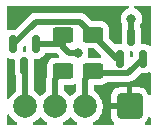
<source format=gbr>
%TF.GenerationSoftware,KiCad,Pcbnew,9.0.5*%
%TF.CreationDate,2025-10-18T11:17:35+02:00*%
%TF.ProjectId,Source_VAS,536f7572-6365-45f5-9641-532e6b696361,rev?*%
%TF.SameCoordinates,Original*%
%TF.FileFunction,Copper,L2,Bot*%
%TF.FilePolarity,Positive*%
%FSLAX46Y46*%
G04 Gerber Fmt 4.6, Leading zero omitted, Abs format (unit mm)*
G04 Created by KiCad (PCBNEW 9.0.5) date 2025-10-18 11:17:35*
%MOMM*%
%LPD*%
G01*
G04 APERTURE LIST*
G04 Aperture macros list*
%AMRoundRect*
0 Rectangle with rounded corners*
0 $1 Rounding radius*
0 $2 $3 $4 $5 $6 $7 $8 $9 X,Y pos of 4 corners*
0 Add a 4 corners polygon primitive as box body*
4,1,4,$2,$3,$4,$5,$6,$7,$8,$9,$2,$3,0*
0 Add four circle primitives for the rounded corners*
1,1,$1+$1,$2,$3*
1,1,$1+$1,$4,$5*
1,1,$1+$1,$6,$7*
1,1,$1+$1,$8,$9*
0 Add four rect primitives between the rounded corners*
20,1,$1+$1,$2,$3,$4,$5,0*
20,1,$1+$1,$4,$5,$6,$7,0*
20,1,$1+$1,$6,$7,$8,$9,0*
20,1,$1+$1,$8,$9,$2,$3,0*%
G04 Aperture macros list end*
%TA.AperFunction,ComponentPad*%
%ADD10RoundRect,0.250000X-0.825000X-0.825000X0.825000X-0.825000X0.825000X0.825000X-0.825000X0.825000X0*%
%TD*%
%TA.AperFunction,ComponentPad*%
%ADD11C,2.000000*%
%TD*%
%TA.AperFunction,SMDPad,CuDef*%
%ADD12RoundRect,0.150000X-0.150000X0.587500X-0.150000X-0.587500X0.150000X-0.587500X0.150000X0.587500X0*%
%TD*%
%TA.AperFunction,SMDPad,CuDef*%
%ADD13RoundRect,0.250000X-0.625000X0.400000X-0.625000X-0.400000X0.625000X-0.400000X0.625000X0.400000X0*%
%TD*%
%TA.AperFunction,SMDPad,CuDef*%
%ADD14RoundRect,0.250000X0.625000X-0.400000X0.625000X0.400000X-0.625000X0.400000X-0.625000X-0.400000X0*%
%TD*%
%TA.AperFunction,SMDPad,CuDef*%
%ADD15RoundRect,0.150000X0.150000X-0.587500X0.150000X0.587500X-0.150000X0.587500X-0.150000X-0.587500X0*%
%TD*%
%TA.AperFunction,ViaPad*%
%ADD16C,0.800000*%
%TD*%
%TA.AperFunction,Conductor*%
%ADD17C,0.500000*%
%TD*%
G04 APERTURE END LIST*
D10*
%TO.P,H1,1,1*%
%TO.N,GND*%
X122700000Y-74400000D03*
%TD*%
D11*
%TO.P,J1,1,Pin_1*%
%TO.N,Net-(J1-Pin_1)*%
X118940000Y-74440000D03*
%TO.P,J1,2,Pin_2*%
%TO.N,Net-(J1-Pin_2)*%
X116400000Y-74440000D03*
%TO.P,J1,3,Pin_3*%
%TO.N,Net-(J1-Pin_3)*%
X113860000Y-74440000D03*
%TD*%
D12*
%TO.P,Q2,1,B*%
%TO.N,Net-(Q1-C)*%
X114750000Y-69162500D03*
%TO.P,Q2,2,E*%
%TO.N,Net-(Q1-B)*%
X112850000Y-69162500D03*
%TO.P,Q2,3,C*%
%TO.N,Net-(J1-Pin_3)*%
X113800000Y-71037500D03*
%TD*%
D13*
%TO.P,R2,1*%
%TO.N,Net-(Q1-C)*%
X117100000Y-68350000D03*
%TO.P,R2,2*%
%TO.N,Net-(J1-Pin_2)*%
X117100000Y-71450000D03*
%TD*%
D14*
%TO.P,R1,1*%
%TO.N,Net-(J1-Pin_1)*%
X119600000Y-71450000D03*
%TO.P,R1,2*%
%TO.N,Net-(Q1-B)*%
X119600000Y-68350000D03*
%TD*%
D15*
%TO.P,Q1,1,B*%
%TO.N,Net-(Q1-B)*%
X121900000Y-70400000D03*
%TO.P,Q1,2,E*%
%TO.N,Net-(J1-Pin_1)*%
X123800000Y-70400000D03*
%TO.P,Q1,3,C*%
%TO.N,Net-(Q1-C)*%
X122850000Y-68525000D03*
%TD*%
D16*
%TO.N,Net-(Q1-C)*%
X122850000Y-67000000D03*
X118300000Y-69900000D03*
%TD*%
D17*
%TO.N,Net-(Q1-C)*%
X116862500Y-69162500D02*
X117100000Y-69400000D01*
X114750000Y-69162500D02*
X116862500Y-69162500D01*
%TO.N,Net-(J1-Pin_2)*%
X116400000Y-74440000D02*
X116400000Y-72150000D01*
X116400000Y-72150000D02*
X117100000Y-71450000D01*
%TO.N,Net-(J1-Pin_3)*%
X113860000Y-74440000D02*
X113860000Y-71097500D01*
X113860000Y-71097500D02*
X113800000Y-71037500D01*
%TO.N,Net-(J1-Pin_1)*%
X119738500Y-71588500D02*
X122611500Y-71588500D01*
X122611500Y-71588500D02*
X123800000Y-70400000D01*
X119600000Y-71450000D02*
X119738500Y-71588500D01*
X118940000Y-74440000D02*
X118940000Y-72110000D01*
X118940000Y-72110000D02*
X119600000Y-71450000D01*
%TO.N,Net-(Q1-C)*%
X117600000Y-69900000D02*
X117100000Y-69400000D01*
X117100000Y-69400000D02*
X117100000Y-68350000D01*
X122850000Y-68525000D02*
X122850000Y-67000000D01*
X118300000Y-69900000D02*
X117600000Y-69900000D01*
%TO.N,Net-(Q1-B)*%
X121900000Y-70400000D02*
X121650000Y-70400000D01*
X118499000Y-67249000D02*
X119600000Y-68350000D01*
X114763500Y-67249000D02*
X118499000Y-67249000D01*
X112850000Y-69162500D02*
X114763500Y-67249000D01*
X121650000Y-70400000D02*
X119600000Y-68350000D01*
%TD*%
%TA.AperFunction,Conductor*%
%TO.N,GND*%
G36*
X124446365Y-71533909D02*
G01*
X124490129Y-71588375D01*
X124499500Y-71635664D01*
X124499500Y-73363043D01*
X124479815Y-73430082D01*
X124427011Y-73475837D01*
X124357853Y-73485781D01*
X124294297Y-73456756D01*
X124257794Y-73402047D01*
X124209358Y-73255880D01*
X124209356Y-73255875D01*
X124117315Y-73106654D01*
X123993345Y-72982684D01*
X123844124Y-72890643D01*
X123844119Y-72890641D01*
X123677697Y-72835494D01*
X123677690Y-72835493D01*
X123574986Y-72825000D01*
X122950000Y-72825000D01*
X122950000Y-73880384D01*
X122921942Y-73864185D01*
X122775700Y-73825000D01*
X122624300Y-73825000D01*
X122478058Y-73864185D01*
X122450000Y-73880384D01*
X122450000Y-72825000D01*
X121825028Y-72825000D01*
X121825012Y-72825001D01*
X121722302Y-72835494D01*
X121555880Y-72890641D01*
X121555875Y-72890643D01*
X121406654Y-72982684D01*
X121282684Y-73106654D01*
X121190643Y-73255875D01*
X121190641Y-73255880D01*
X121135494Y-73422302D01*
X121135493Y-73422309D01*
X121125000Y-73525013D01*
X121125000Y-74150000D01*
X122180384Y-74150000D01*
X122164185Y-74178058D01*
X122125000Y-74324300D01*
X122125000Y-74475700D01*
X122164185Y-74621942D01*
X122180384Y-74650000D01*
X121125001Y-74650000D01*
X121125001Y-75274986D01*
X121135494Y-75377697D01*
X121190641Y-75544119D01*
X121190643Y-75544124D01*
X121282684Y-75693345D01*
X121377158Y-75787819D01*
X121410643Y-75849142D01*
X121405659Y-75918834D01*
X121363787Y-75974767D01*
X121298323Y-75999184D01*
X121289477Y-75999500D01*
X119700942Y-75999500D01*
X119633903Y-75979815D01*
X119588148Y-75927011D01*
X119578204Y-75857853D01*
X119607229Y-75794297D01*
X119644647Y-75765015D01*
X119726433Y-75723343D01*
X119917510Y-75584517D01*
X120084517Y-75417510D01*
X120223343Y-75226433D01*
X120330568Y-75015992D01*
X120403553Y-74791368D01*
X120409621Y-74753058D01*
X120440500Y-74558097D01*
X120440500Y-74321902D01*
X120403553Y-74088631D01*
X120355222Y-73939885D01*
X120330568Y-73864008D01*
X120330566Y-73864005D01*
X120330566Y-73864003D01*
X120236331Y-73679058D01*
X120223343Y-73653567D01*
X120209999Y-73635201D01*
X120180612Y-73594752D01*
X120180610Y-73594750D01*
X120129943Y-73525013D01*
X120084517Y-73462490D01*
X119917510Y-73295483D01*
X119862994Y-73255875D01*
X119741614Y-73167686D01*
X119698949Y-73112355D01*
X119690500Y-73067368D01*
X119690500Y-72724499D01*
X119710185Y-72657460D01*
X119762989Y-72611705D01*
X119814500Y-72600499D01*
X120275002Y-72600499D01*
X120275008Y-72600499D01*
X120377797Y-72589999D01*
X120544334Y-72534814D01*
X120693656Y-72442712D01*
X120761049Y-72375319D01*
X120822372Y-72341834D01*
X120848730Y-72339000D01*
X122685420Y-72339000D01*
X122782962Y-72319596D01*
X122830413Y-72310158D01*
X122966995Y-72253584D01*
X123016229Y-72220686D01*
X123089916Y-72171452D01*
X123587049Y-71674319D01*
X123648372Y-71640834D01*
X123674730Y-71638000D01*
X124015686Y-71638000D01*
X124015694Y-71638000D01*
X124052569Y-71635098D01*
X124052571Y-71635097D01*
X124052573Y-71635097D01*
X124094191Y-71623005D01*
X124210398Y-71589244D01*
X124312381Y-71528931D01*
X124380102Y-71511749D01*
X124446365Y-71533909D01*
G37*
%TD.AperFunction*%
%TD*%
%TA.AperFunction,NonConductor*%
G36*
X122594959Y-65920185D02*
G01*
X122640714Y-65972989D01*
X122650658Y-66042147D01*
X122621633Y-66105703D01*
X122575372Y-66139060D01*
X122559134Y-66145786D01*
X122423458Y-66201983D01*
X122423446Y-66201990D01*
X122275965Y-66300535D01*
X122275961Y-66300538D01*
X122150538Y-66425961D01*
X122150535Y-66425965D01*
X122051990Y-66573446D01*
X122051983Y-66573459D01*
X121984106Y-66737332D01*
X121984103Y-66737341D01*
X121949500Y-66911304D01*
X121949500Y-67088695D01*
X121984103Y-67262658D01*
X121984106Y-67262667D01*
X122051984Y-67426542D01*
X122051985Y-67426543D01*
X122051987Y-67426547D01*
X122078602Y-67466378D01*
X122084252Y-67484424D01*
X122094477Y-67500334D01*
X122098928Y-67531293D01*
X122099480Y-67533055D01*
X122099500Y-67535269D01*
X122099500Y-67655170D01*
X122094576Y-67689765D01*
X122052402Y-67834926D01*
X122052401Y-67834932D01*
X122049500Y-67871798D01*
X122049500Y-69038000D01*
X122029815Y-69105039D01*
X121977011Y-69150794D01*
X121925500Y-69162000D01*
X121684298Y-69162000D01*
X121647436Y-69164901D01*
X121647432Y-69164901D01*
X121647431Y-69164902D01*
X121647428Y-69164903D01*
X121585221Y-69182975D01*
X121515352Y-69182774D01*
X121462947Y-69151579D01*
X121011818Y-68700450D01*
X120978333Y-68639127D01*
X120975499Y-68612769D01*
X120975499Y-67899998D01*
X120975498Y-67899981D01*
X120964999Y-67797203D01*
X120964998Y-67797200D01*
X120909814Y-67630666D01*
X120817712Y-67481344D01*
X120693656Y-67357288D01*
X120544334Y-67265186D01*
X120377797Y-67210001D01*
X120377795Y-67210000D01*
X120275016Y-67199500D01*
X120275009Y-67199500D01*
X119562230Y-67199500D01*
X119495191Y-67179815D01*
X119474549Y-67163181D01*
X118977421Y-66666052D01*
X118977414Y-66666046D01*
X118903729Y-66616812D01*
X118903729Y-66616813D01*
X118854491Y-66583913D01*
X118717917Y-66527343D01*
X118717907Y-66527340D01*
X118572920Y-66498500D01*
X118572918Y-66498500D01*
X114689582Y-66498500D01*
X114689576Y-66498500D01*
X114660742Y-66504234D01*
X114660743Y-66504235D01*
X114544593Y-66527339D01*
X114544583Y-66527342D01*
X114464581Y-66560479D01*
X114464582Y-66560480D01*
X114408005Y-66583915D01*
X114325872Y-66638795D01*
X114285085Y-66666047D01*
X114285081Y-66666050D01*
X113062951Y-67888181D01*
X113001628Y-67921666D01*
X112975270Y-67924500D01*
X112634298Y-67924500D01*
X112597432Y-67927401D01*
X112597426Y-67927402D01*
X112459095Y-67967592D01*
X112389226Y-67967393D01*
X112330556Y-67929451D01*
X112301712Y-67865813D01*
X112300500Y-67848516D01*
X112300500Y-66024500D01*
X112320185Y-65957461D01*
X112372989Y-65911706D01*
X112424500Y-65900500D01*
X122527920Y-65900500D01*
X122594959Y-65920185D01*
G37*
%TD.AperFunction*%
%TA.AperFunction,NonConductor*%
G36*
X124442539Y-65920185D02*
G01*
X124488294Y-65972989D01*
X124499500Y-66024500D01*
X124499500Y-69164335D01*
X124479815Y-69231374D01*
X124427011Y-69277129D01*
X124357853Y-69287073D01*
X124312379Y-69271067D01*
X124210396Y-69210755D01*
X124210393Y-69210754D01*
X124052573Y-69164902D01*
X124052567Y-69164901D01*
X124015701Y-69162000D01*
X124015694Y-69162000D01*
X123774500Y-69162000D01*
X123707461Y-69142315D01*
X123661706Y-69089511D01*
X123650500Y-69038000D01*
X123650500Y-67871813D01*
X123650499Y-67871798D01*
X123647598Y-67834932D01*
X123647597Y-67834926D01*
X123605424Y-67689765D01*
X123600500Y-67655170D01*
X123600500Y-67535269D01*
X123620185Y-67468230D01*
X123621398Y-67466378D01*
X123648013Y-67426547D01*
X123715894Y-67262666D01*
X123750500Y-67088691D01*
X123750500Y-66911309D01*
X123750500Y-66911306D01*
X123750499Y-66911304D01*
X123715896Y-66737341D01*
X123715893Y-66737332D01*
X123648016Y-66573459D01*
X123648009Y-66573446D01*
X123549464Y-66425965D01*
X123549461Y-66425961D01*
X123424038Y-66300538D01*
X123424034Y-66300535D01*
X123276553Y-66201990D01*
X123276541Y-66201983D01*
X123144718Y-66147382D01*
X123124627Y-66139060D01*
X123070224Y-66095221D01*
X123048159Y-66028927D01*
X123065438Y-65961227D01*
X123116575Y-65913617D01*
X123172080Y-65900500D01*
X124375500Y-65900500D01*
X124442539Y-65920185D01*
G37*
%TD.AperFunction*%
%TA.AperFunction,NonConductor*%
G36*
X113868834Y-69307547D02*
G01*
X113924767Y-69349419D01*
X113949184Y-69414883D01*
X113949500Y-69423729D01*
X113949500Y-69675500D01*
X113946949Y-69684185D01*
X113948238Y-69693147D01*
X113937259Y-69717187D01*
X113929815Y-69742539D01*
X113922974Y-69748466D01*
X113919213Y-69756703D01*
X113896978Y-69770992D01*
X113877011Y-69788294D01*
X113866496Y-69790581D01*
X113860435Y-69794477D01*
X113825500Y-69799500D01*
X113774500Y-69799500D01*
X113707461Y-69779815D01*
X113661706Y-69727011D01*
X113650500Y-69675500D01*
X113650500Y-69474729D01*
X113670185Y-69407690D01*
X113686819Y-69387048D01*
X113737819Y-69336048D01*
X113799142Y-69302563D01*
X113868834Y-69307547D01*
G37*
%TD.AperFunction*%
%TA.AperFunction,NonConductor*%
G36*
X122942539Y-69782685D02*
G01*
X122988294Y-69835489D01*
X122999500Y-69887000D01*
X122999500Y-70087770D01*
X122990855Y-70117210D01*
X122984332Y-70147197D01*
X122980577Y-70152212D01*
X122979815Y-70154809D01*
X122963181Y-70175451D01*
X122912181Y-70226451D01*
X122850858Y-70259936D01*
X122781166Y-70254952D01*
X122725233Y-70213080D01*
X122700816Y-70147616D01*
X122700500Y-70138770D01*
X122700500Y-69887000D01*
X122720185Y-69819961D01*
X122772989Y-69774206D01*
X122824500Y-69763000D01*
X122875500Y-69763000D01*
X122942539Y-69782685D01*
G37*
%TD.AperFunction*%
%TA.AperFunction,NonConductor*%
G36*
X119704808Y-69520184D02*
G01*
X119725450Y-69536818D01*
X120276451Y-70087819D01*
X120309936Y-70149142D01*
X120304952Y-70218834D01*
X120263080Y-70274767D01*
X120197616Y-70299184D01*
X120188770Y-70299500D01*
X119289771Y-70299500D01*
X119222732Y-70279815D01*
X119176977Y-70227011D01*
X119167033Y-70157853D01*
X119168154Y-70151309D01*
X119200499Y-69988695D01*
X119200500Y-69988693D01*
X119200500Y-69811306D01*
X119168153Y-69648691D01*
X119174380Y-69579099D01*
X119217243Y-69523922D01*
X119283132Y-69500677D01*
X119289770Y-69500499D01*
X119637769Y-69500499D01*
X119704808Y-69520184D01*
G37*
%TD.AperFunction*%
%TA.AperFunction,NonConductor*%
G36*
X118156366Y-72574053D02*
G01*
X118187559Y-72636573D01*
X118189500Y-72658430D01*
X118189500Y-73067368D01*
X118169815Y-73134407D01*
X118138386Y-73167686D01*
X117962488Y-73295484D01*
X117795484Y-73462488D01*
X117770318Y-73497127D01*
X117714987Y-73539792D01*
X117645374Y-73545771D01*
X117583579Y-73513165D01*
X117569682Y-73497127D01*
X117554214Y-73475837D01*
X117544517Y-73462490D01*
X117377510Y-73295483D01*
X117322994Y-73255875D01*
X117201614Y-73167686D01*
X117158949Y-73112355D01*
X117150500Y-73067368D01*
X117150500Y-72724499D01*
X117170185Y-72657460D01*
X117222989Y-72611705D01*
X117274500Y-72600499D01*
X117775002Y-72600499D01*
X117775008Y-72600499D01*
X117877797Y-72589999D01*
X118026499Y-72540723D01*
X118096324Y-72538322D01*
X118156366Y-72574053D01*
G37*
%TD.AperFunction*%
%TA.AperFunction,NonConductor*%
G36*
X116567309Y-69932685D02*
G01*
X116587951Y-69949319D01*
X116726451Y-70087819D01*
X116759936Y-70149142D01*
X116754952Y-70218834D01*
X116713080Y-70274767D01*
X116647616Y-70299184D01*
X116638771Y-70299500D01*
X116424999Y-70299500D01*
X116424980Y-70299501D01*
X116322203Y-70310000D01*
X116322200Y-70310001D01*
X116155668Y-70365185D01*
X116155663Y-70365187D01*
X116006342Y-70457289D01*
X115882289Y-70581342D01*
X115790187Y-70730663D01*
X115790186Y-70730666D01*
X115735001Y-70897203D01*
X115735001Y-70897204D01*
X115735000Y-70897204D01*
X115724500Y-70999983D01*
X115724500Y-71794985D01*
X115715062Y-71842433D01*
X115697267Y-71885398D01*
X115678341Y-71931090D01*
X115678340Y-71931093D01*
X115649500Y-72076079D01*
X115649500Y-73067368D01*
X115629815Y-73134407D01*
X115598386Y-73167686D01*
X115422488Y-73295484D01*
X115255484Y-73462488D01*
X115230318Y-73497127D01*
X115174987Y-73539792D01*
X115105374Y-73545771D01*
X115043579Y-73513165D01*
X115029682Y-73497127D01*
X115014214Y-73475837D01*
X115004517Y-73462490D01*
X114837510Y-73295483D01*
X114782994Y-73255875D01*
X114661614Y-73167686D01*
X114618949Y-73112355D01*
X114610500Y-73067368D01*
X114610500Y-71023580D01*
X114602883Y-70985290D01*
X114600500Y-70961097D01*
X114600500Y-70524500D01*
X114620185Y-70457461D01*
X114672989Y-70411706D01*
X114724500Y-70400500D01*
X114965686Y-70400500D01*
X114965694Y-70400500D01*
X115002569Y-70397598D01*
X115002571Y-70397597D01*
X115002573Y-70397597D01*
X115089441Y-70372359D01*
X115160398Y-70351744D01*
X115301865Y-70268081D01*
X115418081Y-70151865D01*
X115501744Y-70010398D01*
X115502307Y-70008456D01*
X115504067Y-70002404D01*
X115541674Y-69943518D01*
X115605147Y-69914313D01*
X115623143Y-69913000D01*
X116500270Y-69913000D01*
X116567309Y-69932685D01*
G37*
%TD.AperFunction*%
%TA.AperFunction,NonConductor*%
G36*
X112437669Y-70354388D02*
G01*
X112442147Y-70353745D01*
X112459088Y-70357405D01*
X112597431Y-70397598D01*
X112634306Y-70400500D01*
X112875500Y-70400500D01*
X112942539Y-70420185D01*
X112988294Y-70472989D01*
X112999500Y-70524500D01*
X112999500Y-71690701D01*
X113002401Y-71727567D01*
X113002402Y-71727573D01*
X113048254Y-71885393D01*
X113048255Y-71885396D01*
X113048256Y-71885398D01*
X113075276Y-71931087D01*
X113092232Y-71959757D01*
X113109500Y-72022878D01*
X113109500Y-73067368D01*
X113089815Y-73134407D01*
X113058386Y-73167686D01*
X112882488Y-73295484D01*
X112715485Y-73462487D01*
X112715485Y-73462488D01*
X112715483Y-73462490D01*
X112670057Y-73525013D01*
X112576657Y-73653566D01*
X112534985Y-73735353D01*
X112487010Y-73786149D01*
X112419189Y-73802944D01*
X112353054Y-73780407D01*
X112309603Y-73725691D01*
X112300500Y-73679058D01*
X112300500Y-70476483D01*
X112307896Y-70451293D01*
X112311559Y-70425293D01*
X112317584Y-70418298D01*
X112320185Y-70409444D01*
X112340024Y-70392253D01*
X112357164Y-70372359D01*
X112366013Y-70369733D01*
X112372989Y-70363689D01*
X112398977Y-70359952D01*
X112424147Y-70352484D01*
X112437669Y-70354388D01*
G37*
%TD.AperFunction*%
%TA.AperFunction,NonConductor*%
G36*
X124430858Y-75325997D02*
G01*
X124482058Y-75373540D01*
X124499500Y-75436954D01*
X124499500Y-75875500D01*
X124479815Y-75942539D01*
X124427011Y-75988294D01*
X124375500Y-75999500D01*
X124110523Y-75999500D01*
X124043484Y-75979815D01*
X123997729Y-75927011D01*
X123987785Y-75857853D01*
X124016810Y-75794297D01*
X124022842Y-75787819D01*
X124117315Y-75693345D01*
X124209356Y-75544124D01*
X124209358Y-75544119D01*
X124257794Y-75397950D01*
X124297566Y-75340505D01*
X124362082Y-75313682D01*
X124430858Y-75325997D01*
G37*
%TD.AperFunction*%
%TA.AperFunction,NonConductor*%
G36*
X117756420Y-75366833D02*
G01*
X117770315Y-75382870D01*
X117795483Y-75417510D01*
X117962490Y-75584517D01*
X118153567Y-75723343D01*
X118235353Y-75765015D01*
X118286149Y-75812990D01*
X118302944Y-75880811D01*
X118280407Y-75946946D01*
X118225691Y-75990397D01*
X118179058Y-75999500D01*
X117160942Y-75999500D01*
X117093903Y-75979815D01*
X117048148Y-75927011D01*
X117038204Y-75857853D01*
X117067229Y-75794297D01*
X117104647Y-75765015D01*
X117186433Y-75723343D01*
X117377510Y-75584517D01*
X117544517Y-75417510D01*
X117569682Y-75382872D01*
X117625011Y-75340207D01*
X117694625Y-75334228D01*
X117756420Y-75366833D01*
G37*
%TD.AperFunction*%
%TA.AperFunction,NonConductor*%
G36*
X115216420Y-75366833D02*
G01*
X115230315Y-75382870D01*
X115255483Y-75417510D01*
X115422490Y-75584517D01*
X115613567Y-75723343D01*
X115695353Y-75765015D01*
X115746149Y-75812990D01*
X115762944Y-75880811D01*
X115740407Y-75946946D01*
X115685691Y-75990397D01*
X115639058Y-75999500D01*
X114620942Y-75999500D01*
X114553903Y-75979815D01*
X114508148Y-75927011D01*
X114498204Y-75857853D01*
X114527229Y-75794297D01*
X114564647Y-75765015D01*
X114646433Y-75723343D01*
X114837510Y-75584517D01*
X115004517Y-75417510D01*
X115029682Y-75382872D01*
X115085011Y-75340207D01*
X115154625Y-75334228D01*
X115216420Y-75366833D01*
G37*
%TD.AperFunction*%
%TA.AperFunction,NonConductor*%
G36*
X112505703Y-75107228D02*
G01*
X112534985Y-75144647D01*
X112576655Y-75226431D01*
X112590000Y-75244798D01*
X112715483Y-75417510D01*
X112882490Y-75584517D01*
X113073567Y-75723343D01*
X113155353Y-75765015D01*
X113206149Y-75812990D01*
X113222944Y-75880811D01*
X113200407Y-75946946D01*
X113145691Y-75990397D01*
X113099058Y-75999500D01*
X112424500Y-75999500D01*
X112357461Y-75979815D01*
X112311706Y-75927011D01*
X112300500Y-75875500D01*
X112300500Y-75200941D01*
X112320185Y-75133902D01*
X112372989Y-75088147D01*
X112442147Y-75078203D01*
X112505703Y-75107228D01*
G37*
%TD.AperFunction*%
M02*

</source>
